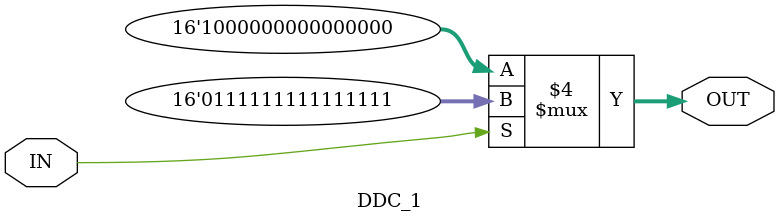
<source format=v>
`timescale 1ns / 1ps


module DDC_1(
    input wire IN,
    output reg [15:0] OUT
    );
    
    always @(IN) begin
        if(IN == 1'b1)
            OUT <= 16'b0111111111111111;
        else
            OUT <= 16'b1000000000000000;
    end
endmodule

</source>
